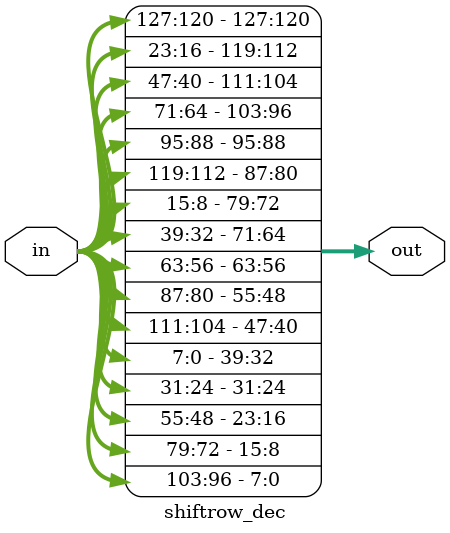
<source format=v>
`timescale 1ns / 1ps
/*Row Shift Operations*/
module shiftrow_enc(in,out);

input [127:0] in;
output [127:0] out;

/*Row 1*/
assign  out[127:120] = in[127:120];  
assign  out[119:112] = in[87:80];
assign  out[111:104] = in[47:40];
assign  out[103:96] = in[7:0];
/*Row 2*/   
assign  out[95:88] = in[95:88];
assign  out[87:80] = in[55:48];
assign  out[79:72] = in[15:8];
assign  out[71:64] = in[103:96];
/*Row 3*/   
assign  out[63:56] = in[63:56];
assign  out[55:48] = in[23:16];
assign  out[47:40] = in[111:104];
assign  out[39:32] = in[71:64];
/*Row 4*/   
assign  out[31:24] = in[31:24];
assign  out[23:16] = in[119:112];
assign  out[15:8] = in[79:72];
assign  out[7:0] = in[39:32]; 

endmodule

/*Inverse Row Shift Operations*/
module shiftrow_dec(in,out);

input [127:0] in;
output [127:0] out;
/*Row 1*/
assign   out[127:120] = in[127:120];  
assign   out[87:80] = in[119:112];
assign   out[47:40] = in[111:104];
assign   out[7:0] = in[103:96];
/*Row 2*/   
assign   out[95:88] = in[95:88];
assign   out[55:48] = in[87:80];
assign   out[15:8] = in[79:72];
assign   out[103:96] = in[71:64];
/*Row 3*/   
assign   out[63:56] = in[63:56];
assign   out[23:16] = in[55:48];
assign   out[111:104] = in[47:40];
assign   out[71:64] = in[39:32];
/*Row 4*/   
assign   out[31:24] = in[31:24];
assign   out[119:112] = in[23:16];
assign   out[79:72] = in[15:8];
assign   out[39:32] = in[7:0]; 


endmodule
</source>
